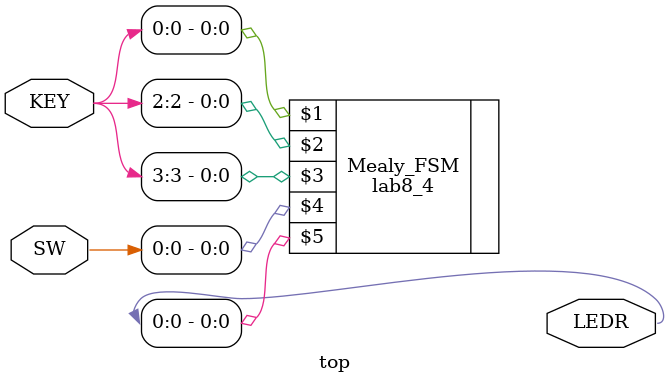
<source format=v>
module top (SW, KEY, LEDR);

    input wire [9:0] SW;        // DE-series switches
    input wire [3:0] KEY;       // DE-series pushbuttons

    output wire [9:0] LEDR;     // DE-series LEDs   

    lab8_4 Mealy_FSM (KEY[0], KEY[2], KEY[3], SW[0], LEDR[0]);

endmodule


</source>
